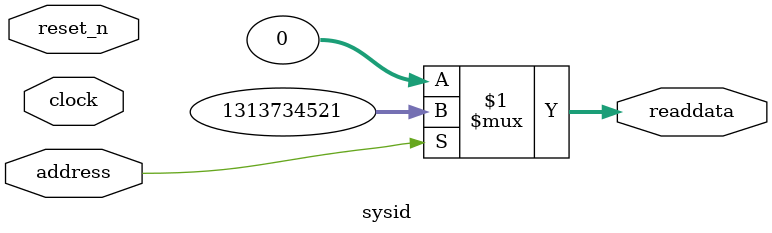
<source format=v>

`timescale 1ns / 1ps
// synthesis translate_on

// turn off superfluous verilog processor warnings 
// altera message_level Level1 
// altera message_off 10034 10035 10036 10037 10230 10240 10030 

module sysid (
               // inputs:
                address,
                clock,
                reset_n,

               // outputs:
                readdata
             )
;

  output  [ 31: 0] readdata;
  input            address;
  input            clock;
  input            reset_n;

  wire    [ 31: 0] readdata;
  //control_slave, which is an e_avalon_slave
  assign readdata = address ? 1313734521 : 0;

endmodule


</source>
